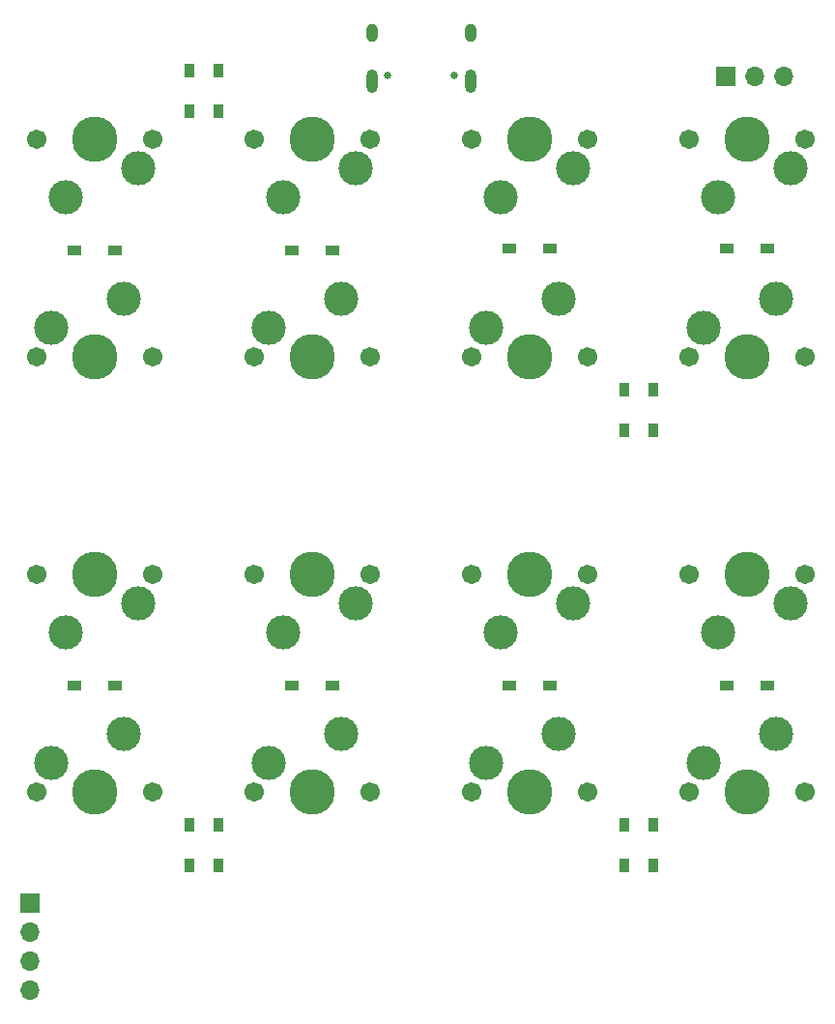
<source format=gbr>
G04 #@! TF.GenerationSoftware,KiCad,Pcbnew,(5.1.2)-2*
G04 #@! TF.CreationDate,2020-01-09T21:44:13+08:00*
G04 #@! TF.ProjectId,wingxx-receiver,77696e67-7878-42d7-9265-636569766572,rev?*
G04 #@! TF.SameCoordinates,Original*
G04 #@! TF.FileFunction,Soldermask,Top*
G04 #@! TF.FilePolarity,Negative*
%FSLAX46Y46*%
G04 Gerber Fmt 4.6, Leading zero omitted, Abs format (unit mm)*
G04 Created by KiCad (PCBNEW (5.1.2)-2) date 2020-01-09 21:44:13*
%MOMM*%
%LPD*%
G04 APERTURE LIST*
%ADD10C,0.650000*%
%ADD11O,1.000000X2.100000*%
%ADD12O,1.000000X1.600000*%
%ADD13O,1.700000X1.700000*%
%ADD14R,1.700000X1.700000*%
%ADD15C,1.701800*%
%ADD16C,3.987800*%
%ADD17C,3.000000*%
%ADD18R,0.950000X1.300000*%
%ADD19R,1.300000X0.950000*%
G04 APERTURE END LIST*
D10*
X117190000Y-63400000D03*
X111410000Y-63400000D03*
D11*
X109980000Y-63930000D03*
X118620000Y-63930000D03*
D12*
X109980000Y-59750000D03*
X118620000Y-59750000D03*
D13*
X146050000Y-63500000D03*
X143510000Y-63500000D03*
D14*
X140970000Y-63500000D03*
D13*
X80010000Y-143510000D03*
X80010000Y-140970000D03*
X80010000Y-138430000D03*
D14*
X80010000Y-135890000D03*
D15*
X137795000Y-126206000D03*
X147955000Y-126206000D03*
D16*
X142875000Y-126206000D03*
D17*
X139065000Y-123666000D03*
X145415000Y-121126000D03*
D15*
X118745000Y-126206000D03*
X128905000Y-126206000D03*
D16*
X123825000Y-126206000D03*
D17*
X120015000Y-123666000D03*
X126365000Y-121126000D03*
D15*
X99695000Y-126206000D03*
X109855000Y-126206000D03*
D16*
X104775000Y-126206000D03*
D17*
X100965000Y-123666000D03*
X107315000Y-121126000D03*
D15*
X80645000Y-126206000D03*
X90805000Y-126206000D03*
D16*
X85725000Y-126206000D03*
D17*
X81915000Y-123666000D03*
X88265000Y-121126000D03*
D15*
X147955000Y-107156000D03*
X137795000Y-107156000D03*
D16*
X142875000Y-107156000D03*
D17*
X146685000Y-109696000D03*
X140335000Y-112236000D03*
D15*
X128905000Y-107156000D03*
X118745000Y-107156000D03*
D16*
X123825000Y-107156000D03*
D17*
X127635000Y-109696000D03*
X121285000Y-112236000D03*
D15*
X109855000Y-107156000D03*
X99695000Y-107156000D03*
D16*
X104775000Y-107156000D03*
D17*
X108585000Y-109696000D03*
X102235000Y-112236000D03*
D15*
X90805000Y-107156000D03*
X80645000Y-107156000D03*
D16*
X85725000Y-107156000D03*
D17*
X89535000Y-109696000D03*
X83185000Y-112236000D03*
D15*
X137795000Y-88106200D03*
X147955000Y-88106200D03*
D16*
X142875000Y-88106200D03*
D17*
X139065000Y-85566200D03*
X145415000Y-83026200D03*
D15*
X118745000Y-88106200D03*
X128905000Y-88106200D03*
D16*
X123825000Y-88106200D03*
D17*
X120015000Y-85566200D03*
X126365000Y-83026200D03*
D15*
X99695000Y-88106200D03*
X109855000Y-88106200D03*
D16*
X104775000Y-88106200D03*
D17*
X100965000Y-85566200D03*
X107315000Y-83026200D03*
D15*
X80645000Y-88106200D03*
X90805000Y-88106200D03*
D16*
X85725000Y-88106200D03*
D17*
X81915000Y-85566200D03*
X88265000Y-83026200D03*
D15*
X147955000Y-69056200D03*
X137795000Y-69056200D03*
D16*
X142875000Y-69056200D03*
D17*
X146685000Y-71596200D03*
X140335000Y-74136200D03*
D15*
X128905000Y-69056200D03*
X118745000Y-69056200D03*
D16*
X123825000Y-69056200D03*
D17*
X127635000Y-71596200D03*
X121285000Y-74136200D03*
D15*
X109855000Y-69056200D03*
X99695000Y-69056200D03*
D16*
X104775000Y-69056200D03*
D17*
X108585000Y-71596200D03*
X102235000Y-74136200D03*
D15*
X90805000Y-69056200D03*
X80645000Y-69056200D03*
D16*
X85725000Y-69056200D03*
D17*
X89535000Y-71596200D03*
X83185000Y-74136200D03*
D18*
X134620000Y-132585000D03*
X134620000Y-129035000D03*
X132080000Y-132585000D03*
X132080000Y-129035000D03*
X96520000Y-132585000D03*
X96520000Y-129035000D03*
X93980000Y-132585000D03*
X93980000Y-129035000D03*
D19*
X144650000Y-116840000D03*
X141100000Y-116840000D03*
X125567000Y-116840000D03*
X122017000Y-116840000D03*
X106550000Y-116840000D03*
X103000000Y-116840000D03*
X87500000Y-116840000D03*
X83950000Y-116840000D03*
D18*
X134620000Y-94485000D03*
X134620000Y-90935000D03*
X132080000Y-94485000D03*
X132080000Y-90935000D03*
D19*
X106550000Y-78740000D03*
X103000000Y-78740000D03*
X87500000Y-78740000D03*
X83950000Y-78740000D03*
X144650000Y-78581200D03*
X141100000Y-78581200D03*
X125600000Y-78581200D03*
X122050000Y-78581200D03*
D18*
X96520000Y-66545000D03*
X96520000Y-62995000D03*
X93980000Y-66545000D03*
X93980000Y-62995000D03*
M02*

</source>
